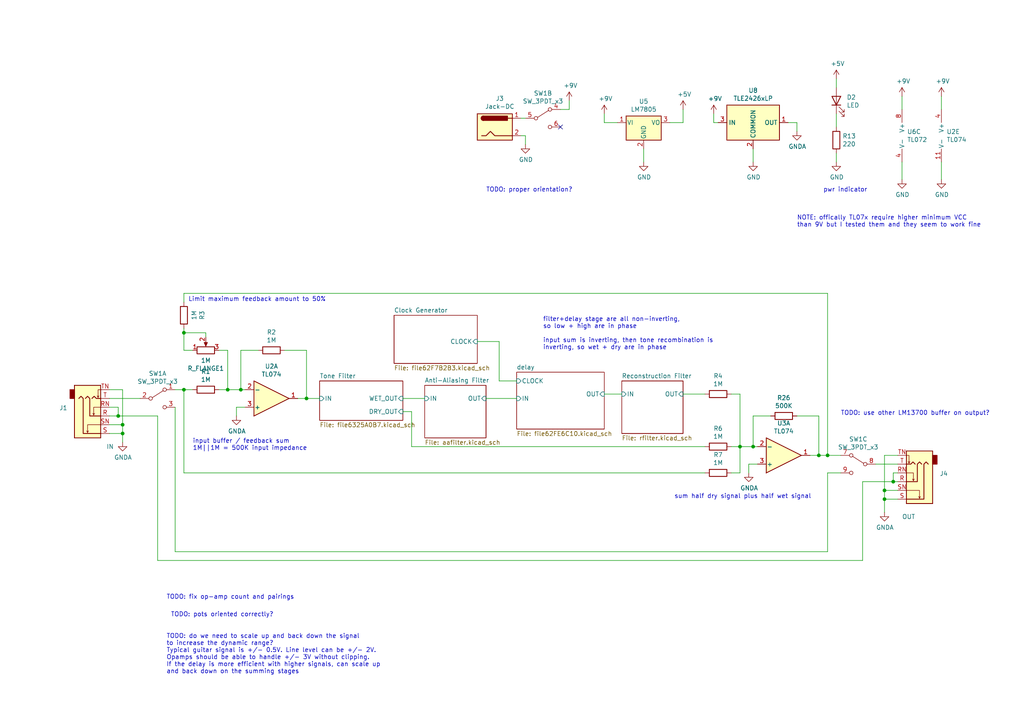
<source format=kicad_sch>
(kicad_sch (version 20211123) (generator eeschema)
  (paper "A4")
  (lib_symbols
    (symbol "Amplifier_Operational:TL072" (pin_names (offset 0.127))
      (property "Reference" "U" (at 0 5.08 0))
      (property "Value" "TL072" (at 0 -5.08 0))
      (symbol "TL072_1_1"
        (polyline (pts (xy -5.08 5.08) (xy 5.08 0) (xy -5.08 -5.08) (xy -5.08 5.08)) (stroke (width 0.254)) (fill (type background)))
        (pin output line (at 7.62 0 180) (length 2.54) (name "~") (number "1"))
        (pin input line (at -7.62 -2.54 0) (length 2.54) (name "-") (number "2"))
        (pin input line (at -7.62 2.54 0) (length 2.54) (name "+") (number "3"))
      )
      (symbol "TL072_2_1"
        (polyline (pts (xy -5.08 5.08) (xy 5.08 0) (xy -5.08 -5.08) (xy -5.08 5.08)) (stroke (width 0.254)) (fill (type background)))
        (pin input line (at -7.62 2.54 0) (length 2.54) (name "+") (number "5"))
        (pin input line (at -7.62 -2.54 0) (length 2.54) (name "-") (number "6"))
        (pin output line (at 7.62 0 180) (length 2.54) (name "~") (number "7"))
      )
      (symbol "TL072_3_1"
        (pin power_in line (at -2.54 -7.62 90) (length 3.81) (name "V-") (number "4"))
        (pin power_in line (at -2.54 7.62 270) (length 3.81) (name "V+") (number "8"))
      )
    )
    (symbol "Amplifier_Operational:TL074" (pin_names (offset 0.127))
      (property "Reference" "U" (at 0 5.08 0))
      (property "Value" "TL074" (at 0 -5.08 0))
      (symbol "TL074_1_1"
        (polyline (pts (xy -5.08 5.08) (xy 5.08 0) (xy -5.08 -5.08) (xy -5.08 5.08)) (stroke (width 0.254)) (fill (type background)))
        (pin output line (at 7.62 0 180) (length 2.54) (name "~") (number "1"))
        (pin input line (at -7.62 -2.54 0) (length 2.54) (name "-") (number "2"))
        (pin input line (at -7.62 2.54 0) (length 2.54) (name "+") (number "3"))
      )
      (symbol "TL074_2_1"
        (polyline (pts (xy -5.08 5.08) (xy 5.08 0) (xy -5.08 -5.08) (xy -5.08 5.08)) (stroke (width 0.254)) (fill (type background)))
        (pin input line (at -7.62 2.54 0) (length 2.54) (name "+") (number "5"))
        (pin input line (at -7.62 -2.54 0) (length 2.54) (name "-") (number "6"))
        (pin output line (at 7.62 0 180) (length 2.54) (name "~") (number "7"))
      )
      (symbol "TL074_3_1"
        (polyline (pts (xy -5.08 5.08) (xy 5.08 0) (xy -5.08 -5.08) (xy -5.08 5.08)) (stroke (width 0.254)) (fill (type background)))
        (pin input line (at -7.62 2.54 0) (length 2.54) (name "+") (number "10"))
        (pin output line (at 7.62 0 180) (length 2.54) (name "~") (number "8"))
        (pin input line (at -7.62 -2.54 0) (length 2.54) (name "-") (number "9"))
      )
      (symbol "TL074_4_1"
        (polyline (pts (xy -5.08 5.08) (xy 5.08 0) (xy -5.08 -5.08) (xy -5.08 5.08)) (stroke (width 0.254)) (fill (type background)))
        (pin input line (at -7.62 2.54 0) (length 2.54) (name "+") (number "12"))
        (pin input line (at -7.62 -2.54 0) (length 2.54) (name "-") (number "13"))
        (pin output line (at 7.62 0 180) (length 2.54) (name "~") (number "14"))
      )
      (symbol "TL074_5_1"
        (pin power_in line (at -2.54 -7.62 90) (length 3.81) (name "V-") (number "11"))
        (pin power_in line (at -2.54 7.62 270) (length 3.81) (name "V+") (number "4"))
      )
    )
    (symbol "Connector:AudioJack3_Switch"
      (property "Reference" "J" (at 0 11.43 0))
      (property "Value" "AudioJack3_Switch" (at 0 8.89 0))
      (symbol "AudioJack3_Switch_0_1"
        (rectangle (start -5.08 -5.08) (end -6.35 -7.62) (stroke (width 0.254)) (fill (type outline)))
        (polyline (pts (xy -1.27 4.826) (xy -1.016 4.318)))
        (polyline (pts (xy 0.508 -0.254) (xy 0.762 -0.762)))
        (polyline (pts (xy 1.778 -5.334) (xy 2.032 -5.842)))
        (polyline (pts (xy 0 -5.08) (xy 0.635 -5.715) (xy 1.27 -5.08) (xy 2.54 -5.08)) (stroke (width 0.254)))
        (polyline (pts (xy 2.54 -7.62) (xy 1.778 -7.62) (xy 1.778 -5.334) (xy 1.524 -5.842)))
        (polyline (pts (xy 2.54 -2.54) (xy 0.508 -2.54) (xy 0.508 -0.254) (xy 0.254 -0.762)))
        (polyline (pts (xy 2.54 2.54) (xy -1.27 2.54) (xy -1.27 4.826) (xy -1.524 4.318)))
        (polyline (pts (xy -1.905 -5.08) (xy -1.27 -5.715) (xy -0.635 -5.08) (xy -0.635 0) (xy 2.54 0)) (stroke (width 0.254)))
        (polyline (pts (xy 2.54 5.08) (xy -2.54 5.08) (xy -2.54 -5.08) (xy -3.175 -5.715) (xy -3.81 -5.08)) (stroke (width 0.254)))
        (rectangle (start 2.54 6.35) (end -5.08 -8.89) (stroke (width 0.254)) (fill (type background)))
      )
      (symbol "AudioJack3_Switch_1_1"
        (pin passive line (at 5.08 0 180) (length 2.54) (name "~") (number "R"))
        (pin passive line (at 5.08 -2.54 180) (length 2.54) (name "~") (number "RN"))
        (pin passive line (at 5.08 5.08 180) (length 2.54) (name "~") (number "S"))
        (pin passive line (at 5.08 2.54 180) (length 2.54) (name "~") (number "SN"))
        (pin passive line (at 5.08 -5.08 180) (length 2.54) (name "~") (number "T"))
        (pin passive line (at 5.08 -7.62 180) (length 2.54) (name "~") (number "TN"))
      )
    )
    (symbol "Connector:Jack-DC" (pin_names (offset 1.016))
      (property "Reference" "J" (at 0 5.334 0))
      (property "Value" "Jack-DC" (at 0 -5.08 0))
      (symbol "Jack-DC_0_1"
        (rectangle (start -5.08 3.81) (end 5.08 -3.81) (stroke (width 0.254)) (fill (type background)))
        (arc (start -3.302 3.175) (mid -3.937 2.54) (end -3.302 1.905) (stroke (width 0.254)))
        (arc (start -3.302 3.175) (mid -3.937 2.54) (end -3.302 1.905) (stroke (width 0.254)) (fill (type outline)))
        (polyline (pts (xy 5.08 2.54) (xy 3.81 2.54)) (stroke (width 0.254)))
        (polyline (pts (xy -3.81 -2.54) (xy -2.54 -2.54) (xy -1.27 -1.27) (xy 0 -2.54) (xy 2.54 -2.54) (xy 5.08 -2.54)) (stroke (width 0.254)))
        (rectangle (start 3.683 3.175) (end -3.302 1.905) (stroke (width 0.254)) (fill (type outline)))
      )
      (symbol "Jack-DC_1_1"
        (pin passive line (at 7.62 2.54 180) (length 2.54) (name "~") (number "1"))
        (pin passive line (at 7.62 -2.54 180) (length 2.54) (name "~") (number "2"))
      )
    )
    (symbol "Device:LED" (pin_numbers hide) (pin_names (offset 1.016) hide)
      (property "Reference" "D" (at 0 2.54 0))
      (property "Value" "LED" (at 0 -2.54 0))
      (symbol "LED_0_1"
        (polyline (pts (xy -1.27 -1.27) (xy -1.27 1.27)) (stroke (width 0.254)))
        (polyline (pts (xy -1.27 0) (xy 1.27 0)))
        (polyline (pts (xy 1.27 -1.27) (xy 1.27 1.27) (xy -1.27 0) (xy 1.27 -1.27)) (stroke (width 0.254)))
        (polyline (pts (xy -3.048 -0.762) (xy -4.572 -2.286) (xy -3.81 -2.286) (xy -4.572 -2.286) (xy -4.572 -1.524)))
        (polyline (pts (xy -1.778 -0.762) (xy -3.302 -2.286) (xy -2.54 -2.286) (xy -3.302 -2.286) (xy -3.302 -1.524)))
      )
      (symbol "LED_1_1"
        (pin passive line (at -3.81 0 0) (length 2.54) (name "K") (number "1"))
        (pin passive line (at 3.81 0 180) (length 2.54) (name "A") (number "2"))
      )
    )
    (symbol "Device:R" (pin_numbers hide) (pin_names (offset 0))
      (property "Reference" "R" (at 2.032 0 90))
      (property "Value" "R" (at 0 0 90))
      (symbol "R_0_1"
        (rectangle (start -1.016 -2.54) (end 1.016 2.54) (stroke (width 0.254)))
      )
      (symbol "R_1_1"
        (pin passive line (at 0 3.81 270) (length 1.27) (name "~") (number "1"))
        (pin passive line (at 0 -3.81 90) (length 1.27) (name "~") (number "2"))
      )
    )
    (symbol "Device:R_Potentiometer" (pin_names (offset 1.016) hide)
      (property "Reference" "RV" (at -4.445 0 90))
      (property "Value" "R_Potentiometer" (at -2.54 0 90))
      (symbol "R_Potentiometer_0_1"
        (polyline (pts (xy 2.54 0) (xy 1.524 0)))
        (polyline (pts (xy 1.143 0) (xy 2.286 0.508) (xy 2.286 -0.508) (xy 1.143 0)) (fill (type outline)))
        (rectangle (start 1.016 2.54) (end -1.016 -2.54) (stroke (width 0.254)))
      )
      (symbol "R_Potentiometer_1_1"
        (pin passive line (at 0 3.81 270) (length 1.27) (name "1") (number "1"))
        (pin passive line (at 3.81 0 180) (length 1.27) (name "2") (number "2"))
        (pin passive line (at 0 -3.81 90) (length 1.27) (name "3") (number "3"))
      )
    )
    (symbol "Reference_Voltage:TLE2426xLP"
      (property "Reference" "U" (at -7.874 6.35 0))
      (property "Value" "TLE2426xLP" (at 11.43 6.35 0))
      (symbol "TLE2426xLP_0_1"
        (rectangle (start -7.62 5.08) (end 7.62 -5.08) (stroke (width 0.254)) (fill (type background)))
      )
      (symbol "TLE2426xLP_1_1"
        (pin power_out line (at 10.16 0 180) (length 2.54) (name "OUT") (number "1"))
        (pin power_in line (at 0 -7.62 90) (length 2.54) (name "COMMON") (number "2"))
        (pin power_in line (at -10.16 0 0) (length 2.54) (name "IN") (number "3"))
      )
    )
    (symbol "Regulator_Linear:LM7805_TO220" (pin_names (offset 0.254))
      (property "Reference" "U" (at -3.81 3.175 0))
      (property "Value" "LM7805_TO220" (at 0 3.175 0))
      (symbol "LM7805_TO220_0_1"
        (rectangle (start -5.08 1.905) (end 5.08 -5.08) (stroke (width 0.254)) (fill (type background)))
      )
      (symbol "LM7805_TO220_1_1"
        (pin power_in line (at -7.62 0 0) (length 2.54) (name "VI") (number "1"))
        (pin power_in line (at 0 -7.62 90) (length 2.54) (name "GND") (number "2"))
        (pin power_out line (at 7.62 0 180) (length 2.54) (name "VO") (number "3"))
      )
    )
    (symbol "Switch:SW_3PDT_x3" (pin_names (offset 0) hide)
      (property "Reference" "SW" (at 0 4.318 0))
      (property "Value" "Switch_SW_3PDT_x3" (at 0 -5.08 0))
      (symbol "SW_3PDT_x3_0_0"
        (circle (center -2.032 0) (radius 0.508))
        (circle (center 2.032 -2.54) (radius 0.508))
      )
      (symbol "SW_3PDT_x3_0_1"
        (polyline (pts (xy -1.524 0.254) (xy 1.651 2.286)))
        (circle (center 2.032 2.54) (radius 0.508))
      )
      (symbol "SW_3PDT_x3_1_1"
        (pin passive line (at 5.08 2.54 180) (length 2.54) (name "A") (number "1"))
        (pin passive line (at -5.08 0 0) (length 2.54) (name "B") (number "2"))
        (pin passive line (at 5.08 -2.54 180) (length 2.54) (name "C") (number "3"))
      )
      (symbol "SW_3PDT_x3_2_1"
        (pin passive line (at 5.08 2.54 180) (length 2.54) (name "A") (number "4"))
        (pin passive line (at -5.08 0 0) (length 2.54) (name "B") (number "5"))
        (pin passive line (at 5.08 -2.54 180) (length 2.54) (name "C") (number "6"))
      )
      (symbol "SW_3PDT_x3_3_1"
        (pin passive line (at 5.08 2.54 180) (length 2.54) (name "A") (number "7"))
        (pin passive line (at -5.08 0 0) (length 2.54) (name "B") (number "8"))
        (pin passive line (at 5.08 -2.54 180) (length 2.54) (name "C") (number "9"))
      )
    )
    (symbol "power:+5V" (power) (pin_names (offset 0))
      (property "Value" "+5V" (at 0 3.556 0))
      (symbol "+5V_0_1"
        (polyline (pts (xy -0.762 1.27) (xy 0 2.54)))
        (polyline (pts (xy 0 0) (xy 0 2.54)))
        (polyline (pts (xy 0 2.54) (xy 0.762 1.27)))
      )
      (symbol "+5V_1_1"
        (pin power_in line (at 0 0 90) (length 0) hide (name "+5V") (number "1"))
      )
    )
    (symbol "power:+9V" (power) (pin_names (offset 0))
      (property "Value" "+9V" (at 0 3.556 0))
      (symbol "+9V_0_1"
        (polyline (pts (xy -0.762 1.27) (xy 0 2.54)))
        (polyline (pts (xy 0 0) (xy 0 2.54)))
        (polyline (pts (xy 0 2.54) (xy 0.762 1.27)))
      )
      (symbol "+9V_1_1"
        (pin power_in line (at 0 0 90) (length 0) hide (name "+9V") (number "1"))
      )
    )
    (symbol "power:GND" (power) (pin_names (offset 0))
      (property "Value" "GND" (at 0 -3.81 0))
      (symbol "GND_0_1"
        (polyline (pts (xy 0 0) (xy 0 -1.27) (xy 1.27 -1.27) (xy 0 -2.54) (xy -1.27 -1.27) (xy 0 -1.27)))
      )
      (symbol "GND_1_1"
        (pin power_in line (at 0 0 270) (length 0) hide (name "GND") (number "1"))
      )
    )
    (symbol "power:GNDA" (power) (pin_names (offset 0))
      (property "Value" "GNDA" (at 0 -3.81 0))
      (symbol "GNDA_0_1"
        (polyline (pts (xy 0 0) (xy 0 -1.27) (xy 1.27 -1.27) (xy 0 -2.54) (xy -1.27 -1.27) (xy 0 -1.27)))
      )
      (symbol "GNDA_1_1"
        (pin power_in line (at 0 0 270) (length 0) hide (name "GNDA") (number "1"))
      )
    )
  )
  (junction (at 53.34 113.03))
  (junction (at 218.44 129.54))
  (junction (at 69.85 113.03))
  (junction (at 256.54 142.24))
  (junction (at 259.08 139.7))
  (junction (at 214.63 129.54))
  (junction (at 88.9 115.57))
  (junction (at 35.56 125.73))
  (junction (at 34.29 120.65))
  (junction (at 237.49 132.08))
  (junction (at 256.54 144.78))
  (junction (at 35.56 123.19))
  (junction (at 240.03 132.08))
  (junction (at 66.04 113.03))
  (junction (at 53.34 96.52))
  (no_connect (at 162.56 36.83))
  (wire (pts (xy 240.03 137.16) (xy 243.84 137.16)))
  (wire (pts (xy 165.1 31.75) (xy 162.56 31.75)))
  (wire (pts (xy 119.38 129.54) (xy 204.47 129.54)))
  (wire (pts (xy 273.05 52.07) (xy 273.05 46.99)))
  (wire (pts (xy 138.43 99.06) (xy 144.78 99.06)))
  (wire (pts (xy 223.52 120.65) (xy 218.44 120.65)))
  (wire (pts (xy 59.69 96.52) (xy 53.34 96.52)))
  (wire (pts (xy 260.35 134.62) (xy 254 134.62)))
  (wire (pts (xy 219.71 129.54) (xy 218.44 129.54)))
  (wire (pts (xy 186.69 46.99) (xy 186.69 43.18)))
  (wire (pts (xy 74.93 101.6) (xy 69.85 101.6)))
  (wire (pts (xy 31.75 125.73) (xy 35.56 125.73)))
  (wire (pts (xy 82.55 101.6) (xy 88.9 101.6)))
  (wire (pts (xy 250.19 139.7) (xy 250.19 162.56)))
  (wire (pts (xy 140.97 115.57) (xy 149.86 115.57)))
  (wire (pts (xy 256.54 148.59) (xy 256.54 144.78)))
  (wire (pts (xy 53.34 113.03) (xy 53.34 137.16)))
  (wire (pts (xy 198.12 114.3) (xy 204.47 114.3)))
  (wire (pts (xy 31.75 118.11) (xy 34.29 118.11)))
  (wire (pts (xy 237.49 132.08) (xy 240.03 132.08)))
  (wire (pts (xy 53.34 96.52) (xy 53.34 101.6)))
  (wire (pts (xy 256.54 144.78) (xy 256.54 142.24)))
  (wire (pts (xy 53.34 113.03) (xy 50.8 113.03)))
  (wire (pts (xy 260.35 144.78) (xy 256.54 144.78)))
  (wire (pts (xy 53.34 87.63) (xy 53.34 85.09)))
  (wire (pts (xy 31.75 123.19) (xy 35.56 123.19)))
  (wire (pts (xy 240.03 132.08) (xy 243.84 132.08)))
  (wire (pts (xy 71.12 113.03) (xy 69.85 113.03)))
  (wire (pts (xy 256.54 132.08) (xy 260.35 132.08)))
  (wire (pts (xy 207.01 35.56) (xy 207.01 33.02)))
  (wire (pts (xy 237.49 132.08) (xy 234.95 132.08)))
  (wire (pts (xy 34.29 120.65) (xy 45.72 120.65)))
  (wire (pts (xy 175.26 33.02) (xy 175.26 35.56)))
  (wire (pts (xy 88.9 115.57) (xy 92.71 115.57)))
  (wire (pts (xy 68.58 120.65) (xy 68.58 118.11)))
  (wire (pts (xy 31.75 115.57) (xy 40.64 115.57)))
  (wire (pts (xy 31.75 120.65) (xy 34.29 120.65)))
  (wire (pts (xy 242.57 46.99) (xy 242.57 44.45)))
  (wire (pts (xy 144.78 99.06) (xy 144.78 110.49)))
  (wire (pts (xy 260.35 137.16) (xy 259.08 137.16)))
  (wire (pts (xy 35.56 128.27) (xy 35.56 125.73)))
  (wire (pts (xy 214.63 137.16) (xy 212.09 137.16)))
  (wire (pts (xy 231.14 35.56) (xy 228.6 35.56)))
  (wire (pts (xy 53.34 101.6) (xy 55.88 101.6)))
  (wire (pts (xy 218.44 120.65) (xy 218.44 129.54)))
  (wire (pts (xy 34.29 118.11) (xy 34.29 120.65)))
  (wire (pts (xy 242.57 36.83) (xy 242.57 33.02)))
  (wire (pts (xy 50.8 160.02) (xy 240.03 160.02)))
  (wire (pts (xy 214.63 129.54) (xy 214.63 137.16)))
  (wire (pts (xy 231.14 38.1) (xy 231.14 35.56)))
  (wire (pts (xy 260.35 139.7) (xy 259.08 139.7)))
  (wire (pts (xy 214.63 114.3) (xy 214.63 129.54)))
  (wire (pts (xy 261.62 46.99) (xy 261.62 52.07)))
  (wire (pts (xy 198.12 31.75) (xy 198.12 35.56)))
  (wire (pts (xy 152.4 39.37) (xy 151.13 39.37)))
  (wire (pts (xy 273.05 31.75) (xy 273.05 27.94)))
  (wire (pts (xy 35.56 113.03) (xy 35.56 123.19)))
  (wire (pts (xy 53.34 95.25) (xy 53.34 96.52)))
  (wire (pts (xy 152.4 41.91) (xy 152.4 39.37)))
  (wire (pts (xy 45.72 120.65) (xy 45.72 162.56)))
  (wire (pts (xy 35.56 113.03) (xy 31.75 113.03)))
  (wire (pts (xy 55.88 113.03) (xy 53.34 113.03)))
  (wire (pts (xy 66.04 101.6) (xy 66.04 113.03)))
  (wire (pts (xy 151.13 34.29) (xy 152.4 34.29)))
  (wire (pts (xy 69.85 113.03) (xy 66.04 113.03)))
  (wire (pts (xy 35.56 125.73) (xy 35.56 123.19)))
  (wire (pts (xy 212.09 114.3) (xy 214.63 114.3)))
  (wire (pts (xy 212.09 129.54) (xy 214.63 129.54)))
  (wire (pts (xy 119.38 129.54) (xy 119.38 119.38)))
  (wire (pts (xy 144.78 110.49) (xy 149.86 110.49)))
  (wire (pts (xy 53.34 85.09) (xy 240.03 85.09)))
  (wire (pts (xy 180.34 114.3) (xy 175.26 114.3)))
  (wire (pts (xy 59.69 97.79) (xy 59.69 96.52)))
  (wire (pts (xy 45.72 162.56) (xy 250.19 162.56)))
  (wire (pts (xy 63.5 101.6) (xy 66.04 101.6)))
  (wire (pts (xy 88.9 115.57) (xy 86.36 115.57)))
  (wire (pts (xy 165.1 29.21) (xy 165.1 31.75)))
  (wire (pts (xy 237.49 132.08) (xy 237.49 120.65)))
  (wire (pts (xy 69.85 101.6) (xy 69.85 113.03)))
  (wire (pts (xy 242.57 22.86) (xy 242.57 25.4)))
  (wire (pts (xy 217.17 134.62) (xy 219.71 134.62)))
  (wire (pts (xy 261.62 27.94) (xy 261.62 31.75)))
  (wire (pts (xy 123.19 115.57) (xy 116.84 115.57)))
  (wire (pts (xy 231.14 120.65) (xy 237.49 120.65)))
  (wire (pts (xy 198.12 35.56) (xy 194.31 35.56)))
  (wire (pts (xy 119.38 119.38) (xy 116.84 119.38)))
  (wire (pts (xy 66.04 113.03) (xy 63.5 113.03)))
  (wire (pts (xy 259.08 139.7) (xy 250.19 139.7)))
  (wire (pts (xy 208.28 35.56) (xy 207.01 35.56)))
  (wire (pts (xy 204.47 137.16) (xy 53.34 137.16)))
  (wire (pts (xy 175.26 35.56) (xy 179.07 35.56)))
  (wire (pts (xy 50.8 118.11) (xy 50.8 160.02)))
  (wire (pts (xy 217.17 137.16) (xy 217.17 134.62)))
  (wire (pts (xy 240.03 132.08) (xy 240.03 85.09)))
  (wire (pts (xy 218.44 46.99) (xy 218.44 43.18)))
  (wire (pts (xy 88.9 101.6) (xy 88.9 115.57)))
  (wire (pts (xy 256.54 142.24) (xy 256.54 132.08)))
  (wire (pts (xy 256.54 142.24) (xy 260.35 142.24)))
  (wire (pts (xy 240.03 137.16) (xy 240.03 160.02)))
  (wire (pts (xy 68.58 118.11) (xy 71.12 118.11)))
  (wire (pts (xy 218.44 129.54) (xy 214.63 129.54)))
  (wire (pts (xy 259.08 137.16) (xy 259.08 139.7)))
  (text "TODO: pots oriented correctly?" (at 49.53 179.07 0) (effects (font (size 1.27 1.27)) (justify left bottom)))
  (text "input buffer / feedback sum\n1M||1M = 500K input impedance" (at 55.88 130.81 0) (effects (font (size 1.27 1.27)) (justify left bottom)))
  (text "TODO: fix op-amp count and pairings" (at 48.26 173.99 0) (effects (font (size 1.27 1.27)) (justify left bottom)))
  (text "NOTE: offically TL07x require higher minimum VCC\nthan 9V but I tested them and they seem to work fine" (at 231.14 66.04 0) (effects (font (size 1.27 1.27)) (justify left bottom)))
  (text "TODO: use other LM13700 buffer on output?" (at 243.84 120.65 0) (effects (font (size 1.27 1.27)) (justify left bottom)))
  (text "sum half dry signal plus half wet signal" (at 195.58 144.78 0) (effects (font (size 1.27 1.27)) (justify left bottom)))
  (text "Limit maximum feedback amount to 50%" (at 54.61 87.63 0) (effects (font (size 1.27 1.27)) (justify left bottom)))
  (text "TODO: do we need to scale up and back down the signal\nto increase the dynamic range?\nTypical guitar signal is +/- 0.5V. Line level can be +/- 2V.\nOpamps should be able to handle +/- 3V without clipping.\nIf the delay is more efficient with higher signals, can scale up\nand back down on the summing stages" (at 48.26 195.58 0) (effects (font (size 1.27 1.27)) (justify left bottom)))
  (text "TODO: proper orientation?" (at 140.97 55.88 0) (effects (font (size 1.27 1.27)) (justify left bottom)))
  (text "filter+delay stage are all non-inverting,\nso low + high are in phase\n\ninput sum is inverting, then tone recombination is\ninverting, so wet + dry are in phase" (at 157.48 101.6 0) (effects (font (size 1.27 1.27)) (justify left bottom)))
  (text "pwr indicator" (at 238.76 55.88 0) (effects (font (size 1.27 1.27)) (justify left bottom)))
  (symbol (lib_id "Amplifier_Operational:TL074") (at 78.74 115.57 0) (mirror x) (unit 1)
    (property "Reference" "U2" (at 78.74 106.2482 0))
    (property "Value" "TL074" (at 78.74 108.5596 0))
    (property "Footprint" "kicad-legacy/kicad-footprints/Package_DIP.pretty:DIP-14_W7.62mm" (effects hide))
    (property "Datasheet" "http://www.ti.com/lit/ds/symlink/tl071.pdf" (effects hide))
  )
  (symbol (lib_id "Device:R_Potentiometer") (at 59.69 101.6 90) (unit 1)
    (property "Reference" "R_FLANGE1" (at 59.69 106.8578 90))
    (property "Value" "1M" (at 59.69 104.5464 90))
    (property "Footprint" "kicad-legacy/kicad-footprints/Potentiometer_THT.pretty:Potentiometer_Alps_RK09K_Single_Vertical" (effects hide))
  )
  (symbol (lib_id "Device:R") (at 78.74 101.6 270) (unit 1)
    (property "Reference" "R2" (at 78.74 96.3422 90))
    (property "Value" "1M" (at 78.74 98.6536 90))
    (property "Footprint" "kicad-legacy/kicad-footprints/Resistor_THT.pretty:R_Axial_DIN0204_L3.6mm_D1.6mm_P2.54mm_Vertical" (effects hide))
  )
  (symbol (lib_id "Device:R") (at 59.69 113.03 270) (unit 1)
    (property "Reference" "R1" (at 59.69 107.7722 90))
    (property "Value" "1M" (at 59.69 110.0836 90))
    (property "Footprint" "kicad-legacy/kicad-footprints/Resistor_THT.pretty:R_Axial_DIN0204_L3.6mm_D1.6mm_P2.54mm_Vertical" (effects hide))
  )
  (symbol (lib_id "Reference_Voltage:TLE2426xLP") (at 218.44 35.56 0) (unit 1)
    (property "Reference" "U8" (at 218.44 26.2382 0))
    (property "Value" "TLE2426xLP" (at 218.44 28.5496 0))
    (property "Footprint" "kicad-legacy/TO_SOT_Packages_THT.pretty:TO-92_Inline_Wide" (effects hide))
    (property "Datasheet" "http://www.ti.com/lit/ds/symlink/tle2426.pdf" (effects hide))
  )
  (symbol (lib_id "power:+9V") (at 207.01 33.02 0) (unit 1)
    (property "Reference" "#PWR0104" (effects hide))
    (property "Value" "+9V" (at 207.391 28.6258 0))
  )
  (symbol (lib_id "power:GND") (at 218.44 46.99 0) (unit 1)
    (property "Reference" "#PWR0105" (effects hide))
    (property "Value" "GND" (at 218.567 51.3842 0))
  )
  (symbol (lib_id "power:GNDA") (at 231.14 38.1 0) (unit 1)
    (property "Reference" "#PWR0117" (effects hide))
    (property "Value" "GNDA" (at 231.267 42.4942 0))
  )
  (symbol (lib_id "Amplifier_Operational:TL074") (at 227.33 132.08 0) (mirror x) (unit 1)
    (property "Reference" "U3" (at 227.33 122.7582 0))
    (property "Value" "TL074" (at 227.33 125.0696 0))
    (property "Footprint" "kicad-legacy/kicad-footprints/Package_DIP.pretty:DIP-14_W7.62mm" (effects hide))
    (property "Datasheet" "http://www.ti.com/lit/ds/symlink/tl071.pdf" (effects hide))
  )
  (symbol (lib_id "Device:R") (at 227.33 120.65 270) (unit 1)
    (property "Reference" "R26" (at 227.33 115.3922 90))
    (property "Value" "500K" (at 227.33 117.7036 90))
    (property "Footprint" "kicad-legacy/kicad-footprints/Resistor_THT.pretty:R_Axial_DIN0204_L3.6mm_D1.6mm_P2.54mm_Vertical" (effects hide))
  )
  (symbol (lib_id "power:GNDA") (at 217.17 137.16 0) (unit 1)
    (property "Reference" "#PWR01" (effects hide))
    (property "Value" "GNDA" (at 217.297 141.5542 0))
  )
  (symbol (lib_id "Device:R") (at 208.28 114.3 270) (unit 1)
    (property "Reference" "R4" (at 208.28 109.0422 90))
    (property "Value" "1M" (at 208.28 111.3536 90))
    (property "Footprint" "kicad-legacy/kicad-footprints/Resistor_THT.pretty:R_Axial_DIN0204_L3.6mm_D1.6mm_P2.54mm_Vertical" (effects hide))
  )
  (symbol (lib_id "Device:LED") (at 242.57 29.21 90) (unit 1)
    (property "Reference" "D2" (at 245.5672 28.2194 90) (effects (justify right)))
    (property "Value" "LED" (at 245.5672 30.5308 90) (effects (justify right)))
    (property "Footprint" "kicad-official/LED_THT.pretty:LED_D3.0mm" (effects hide))
  )
  (symbol (lib_id "Device:R") (at 242.57 40.64 0) (unit 1)
    (property "Reference" "R13" (at 244.348 39.4716 0) (effects (justify left)))
    (property "Value" "220" (at 244.348 41.783 0) (effects (justify left)))
    (property "Footprint" "kicad-legacy/kicad-footprints/Resistor_THT.pretty:R_Axial_DIN0204_L3.6mm_D1.6mm_P2.54mm_Vertical" (effects hide))
  )
  (symbol (lib_id "Regulator_Linear:LM7805_TO220") (at 186.69 35.56 0) (unit 1)
    (property "Reference" "U5" (at 186.69 29.4132 0))
    (property "Value" "LM7805" (at 186.69 31.7246 0))
    (property "Footprint" "kicad-official/Package_TO_SOT_THT.pretty:TO-220F-3_Vertical" (effects hide))
    (property "Datasheet" "http://www.ti.com/lit/ds/symlink/tl071.pdf" (effects hide))
  )
  (symbol (lib_id "power:GND") (at 186.69 46.99 0) (unit 1)
    (property "Reference" "#PWR0107" (effects hide))
    (property "Value" "GND" (at 186.817 51.3842 0))
  )
  (symbol (lib_id "power:+9V") (at 175.26 33.02 0) (unit 1)
    (property "Reference" "#PWR0108" (effects hide))
    (property "Value" "+9V" (at 175.641 28.6258 0))
  )
  (symbol (lib_id "power:+5V") (at 198.12 31.75 0) (unit 1)
    (property "Reference" "#PWR0109" (effects hide))
    (property "Value" "+5V" (at 198.501 27.3558 0))
  )
  (symbol (lib_id "power:+5V") (at 242.57 22.86 0) (unit 1)
    (property "Reference" "#PWR0111" (effects hide))
    (property "Value" "+5V" (at 242.951 18.4658 0))
  )
  (symbol (lib_id "power:GND") (at 242.57 46.99 0) (unit 1)
    (property "Reference" "#PWR0114" (effects hide))
    (property "Value" "GND" (at 242.697 51.3842 0))
  )
  (symbol (lib_id "power:GND") (at 152.4 41.91 0) (unit 1)
    (property "Reference" "#PWR0115" (effects hide))
    (property "Value" "GND" (at 152.527 46.3042 0))
  )
  (symbol (lib_id "power:+9V") (at 165.1 29.21 0) (unit 1)
    (property "Reference" "#PWR0116" (effects hide))
    (property "Value" "+9V" (at 165.481 24.8158 0))
  )
  (symbol (lib_id "Amplifier_Operational:TL072") (at 264.16 39.37 0) (unit 3)
    (property "Reference" "U6" (at 263.0932 38.2016 0) (effects (justify left)))
    (property "Value" "TL072" (at 263.0932 40.513 0) (effects (justify left)))
    (property "Footprint" "kicad-legacy/Housings_DIP.pretty:DIP-8_W7.62mm" (effects hide))
    (property "Datasheet" "http://www.ti.com/lit/ds/symlink/tl071.pdf" (effects hide))
  )
  (symbol (lib_id "Amplifier_Operational:TL074") (at 275.59 39.37 0) (unit 5)
    (property "Reference" "U2" (at 274.5232 38.2016 0) (effects (justify left)))
    (property "Value" "TL074" (at 274.5232 40.513 0) (effects (justify left)))
    (property "Footprint" "kicad-legacy/kicad-footprints/Package_DIP.pretty:DIP-14_W7.62mm" (effects hide))
    (property "Datasheet" "http://www.ti.com/lit/ds/symlink/tl071.pdf" (effects hide))
  )
  (symbol (lib_id "Device:R") (at 208.28 129.54 270) (unit 1)
    (property "Reference" "R6" (at 208.28 124.2822 90))
    (property "Value" "1M" (at 208.28 126.5936 90))
    (property "Footprint" "kicad-legacy/kicad-footprints/Resistor_THT.pretty:R_Axial_DIN0204_L3.6mm_D1.6mm_P2.54mm_Vertical" (effects hide))
  )
  (symbol (lib_id "Device:R") (at 208.28 137.16 270) (unit 1)
    (property "Reference" "R7" (at 208.28 131.9022 90))
    (property "Value" "1M" (at 208.28 134.2136 90))
    (property "Footprint" "kicad-legacy/kicad-footprints/Resistor_THT.pretty:R_Axial_DIN0204_L3.6mm_D1.6mm_P2.54mm_Vertical" (effects hide))
  )
  (symbol (lib_id "power:GND") (at 261.62 52.07 0) (unit 1)
    (property "Reference" "#PWR0133" (effects hide))
    (property "Value" "GND" (at 261.747 56.4642 0))
  )
  (symbol (lib_id "power:GND") (at 273.05 52.07 0) (unit 1)
    (property "Reference" "#PWR0134" (effects hide))
    (property "Value" "GND" (at 273.177 56.4642 0))
  )
  (symbol (lib_id "power:+9V") (at 261.62 27.94 0) (unit 1)
    (property "Reference" "#PWR0135" (effects hide))
    (property "Value" "+9V" (at 262.001 23.5458 0))
  )
  (symbol (lib_id "power:+9V") (at 273.05 27.94 0) (unit 1)
    (property "Reference" "#PWR0136" (effects hide))
    (property "Value" "+9V" (at 273.431 23.5458 0))
  )
  (symbol (lib_id "power:GNDA") (at 35.56 128.27 0) (unit 1)
    (property "Reference" "#PWR0118" (effects hide))
    (property "Value" "GNDA" (at 35.687 132.6642 0))
  )
  (symbol (lib_id "Connector:Jack-DC") (at 143.51 36.83 0) (unit 1)
    (property "Reference" "J3" (at 144.9578 28.575 0))
    (property "Value" "Jack-DC" (at 144.9578 30.8864 0))
    (property "Footprint" "kicad-official/Connector_PinSocket_2.54mm.pretty:PinSocket_2x01_P2.54mm_Vertical" (effects hide))
  )
  (symbol (lib_id "power:GNDA") (at 256.54 148.59 0) (unit 1)
    (property "Reference" "#PWR0119" (effects hide))
    (property "Value" "GNDA" (at 256.667 152.9842 0))
  )
  (symbol (lib_id "power:GNDA") (at 68.58 120.65 0) (unit 1)
    (property "Reference" "#PWR0120" (effects hide))
    (property "Value" "GNDA" (at 68.707 125.0442 0))
  )
  (symbol (lib_id "Device:R") (at 53.34 91.44 180) (unit 1)
    (property "Reference" "R3" (at 58.5978 91.44 90))
    (property "Value" "1M" (at 56.2864 91.44 90))
    (property "Footprint" "kicad-legacy/kicad-footprints/Resistor_THT.pretty:R_Axial_DIN0204_L3.6mm_D1.6mm_P2.54mm_Vertical" (effects hide))
  )
  (symbol (lib_id "Connector:AudioJack3_Switch") (at 26.67 120.65 0) (mirror x) (unit 1)
    (property "Reference" "J1" (at 19.5834 118.3132 0) (effects (justify right)))
    (property "Value" "IN" (at 33.02 129.54 0) (effects (justify right)))
    (property "Footprint" "kicad-legacy/kicad-footprints/Connector_Audio.pretty:Jack_6.35mm_Neutrik_NMJ6HCD2_Horizontal" (effects hide))
  )
  (symbol (lib_id "Connector:AudioJack3_Switch") (at 265.43 139.7 180) (unit 1)
    (property "Reference" "J4" (at 272.542 137.3632 0) (effects (justify right)))
    (property "Value" "OUT" (at 261.62 149.86 0) (effects (justify right)))
    (property "Footprint" "kicad-legacy/kicad-footprints/Connector_Audio.pretty:Jack_6.35mm_Neutrik_NMJ6HCD2_Horizontal" (effects hide))
  )
  (symbol (lib_id "Switch:SW_3PDT_x3") (at 45.72 115.57 0) (unit 1)
    (property "Reference" "SW1" (at 45.72 108.331 0))
    (property "Value" "SW_3PDT_x3" (at 45.72 110.6424 0))
  )
  (symbol (lib_id "Switch:SW_3PDT_x3") (at 248.92 134.62 0) (mirror y) (unit 3)
    (property "Reference" "SW1" (at 248.92 127.381 0))
    (property "Value" "SW_3PDT_x3" (at 248.92 129.6924 0))
  )
  (symbol (lib_id "Switch:SW_3PDT_x3") (at 157.48 34.29 0) (unit 2)
    (property "Reference" "SW1" (at 157.48 27.051 0))
    (property "Value" "SW_3PDT_x3" (at 157.48 29.3624 0))
  )
  (sheet (at 123.19 111.76) (size 17.78 15.24)
    (property "Sheet name" "Anti-Aliasing Filter" (at 123.19 111.0484 0) (effects (justify left bottom)))
    (property "Sheet file" "aafilter.kicad_sch" (at 123.19 127.5846 0) (effects (justify left top)))
    (pin "IN" input (at 123.19 115.57 180))
    (pin "OUT" input (at 140.97 115.57 0))
  )
  (sheet (at 180.34 110.49) (size 17.78 15.24)
    (property "Sheet name" "Reconstruction Filter" (at 180.34 109.7784 0) (effects (justify left bottom)))
    (property "Sheet file" "rfilter.kicad_sch" (at 180.34 126.3146 0) (effects (justify left top)))
    (pin "IN" input (at 180.34 114.3 180))
    (pin "OUT" input (at 198.12 114.3 0))
  )
  (sheet (at 114.3 91.44) (size 24.13 13.97)
    (property "Sheet name" "Clock Generator" (at 114.3 90.7284 0) (effects (justify left bottom)))
    (property "Sheet file" "file62F7B2B3.kicad_sch" (at 114.3 105.9946 0) (effects (justify left top)))
    (pin "CLOCK" input (at 138.43 99.06 0))
  )
  (sheet (at 149.86 107.95) (size 25.4 16.51)
    (property "Sheet name" "delay" (at 149.86 107.2384 0) (effects (justify left bottom)))
    (property "Sheet file" "file62FE6C10.kicad_sch" (at 149.86 125.0446 0) (effects (justify left top)))
    (pin "CLOCK" input (at 149.86 110.49 180))
    (pin "IN" input (at 149.86 115.57 180))
    (pin "OUT" input (at 175.26 114.3 0))
  )
  (sheet (at 92.71 110.49) (size 24.13 11.43)
    (property "Sheet name" "Tone Filter" (at 92.71 109.7784 0) (effects (justify left bottom)))
    (property "Sheet file" "file6325A0B7.kicad_sch" (at 92.71 122.5046 0) (effects (justify left top)))
    (pin "IN" input (at 92.71 115.57 180))
    (pin "WET_OUT" input (at 116.84 115.57 0))
    (pin "DRY_OUT" input (at 116.84 119.38 0))
  )
)
</source>
